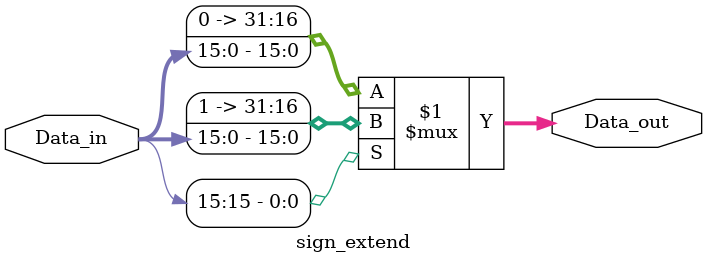
<source format=v>
/******************************************************************* 
* Name:
*	sign_extend.v
* Description:
* 	combinational module that extends sign from a 16 input data into a 32 to output dat
* Inputs:
*  Data_in: input data
* Outputs:
* 	Data_out: Output data
* Versión:  
*	1.0
* Author: 
*	Christian Aparicio Zuleta
* Fecha: 
*	05/05/2017 
*********************************************************************/
module sign_extend(
	input [15:0] Data_in,
	output [31:0] Data_out
);

assign Data_out = (Data_in[15])?{{16{1'b1}},Data_in}:{{16{1'b0}},Data_in};
endmodule
</source>
